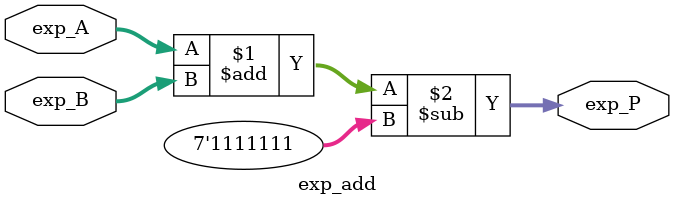
<source format=v>
module exp_add (exp_A, exp_B, exp_P);
    
    input [7:0] exp_A, exp_B;
    output [7:0] exp_P;

    assign exp_P = exp_A + exp_B - 7'd127;    //(A - bias) + (b - bias) + bias



endmodule
</source>
